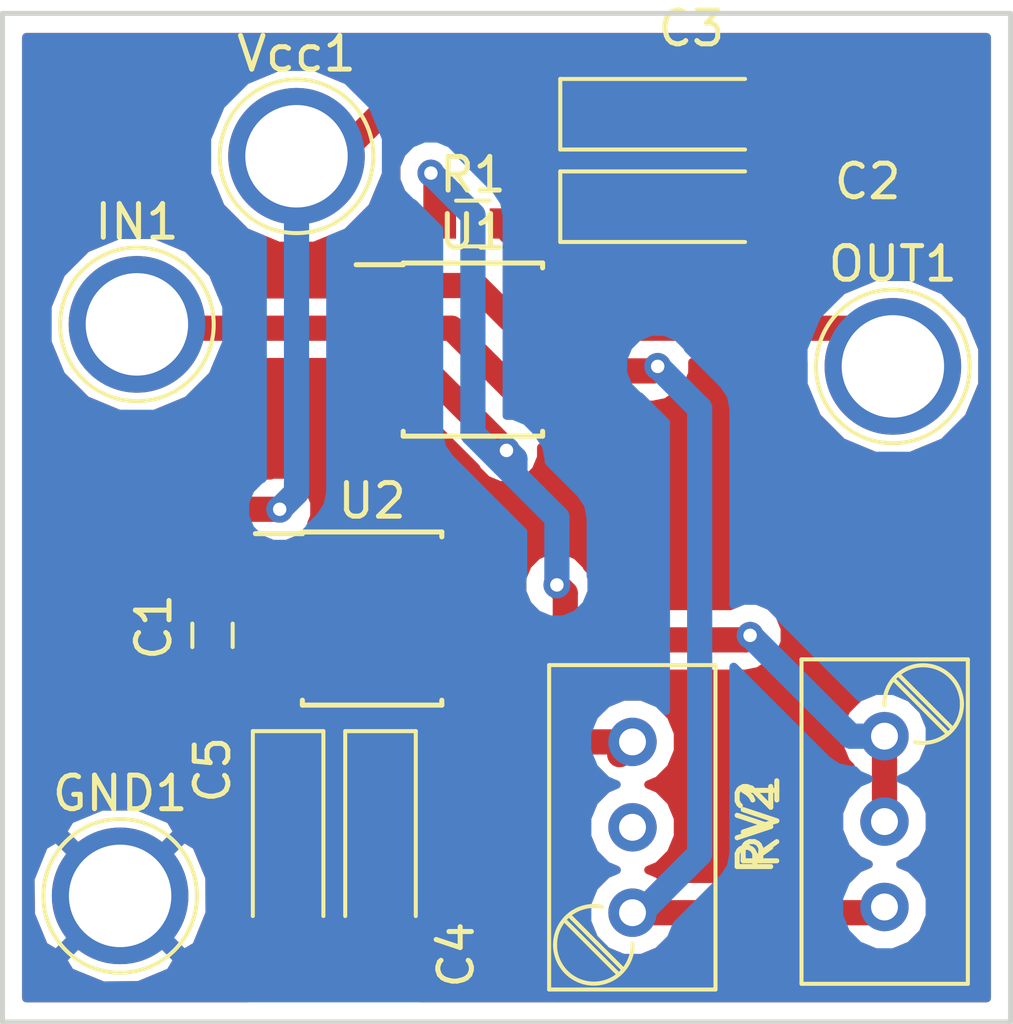
<source format=kicad_pcb>
(kicad_pcb (version 20170123) (host pcbnew no-vcs-found-14bb238~58~ubuntu16.04.1)

  (general
    (links 25)
    (no_connects 0)
    (area 116.674999 110.9925 147.7625 141.8425)
    (thickness 1.6)
    (drawings 4)
    (tracks 77)
    (zones 0)
    (modules 14)
    (nets 11)
  )

  (page A4)
  (layers
    (0 F.Cu signal)
    (31 B.Cu signal)
    (32 B.Adhes user)
    (33 F.Adhes user)
    (34 B.Paste user)
    (35 F.Paste user)
    (36 B.SilkS user)
    (37 F.SilkS user)
    (38 B.Mask user)
    (39 F.Mask user)
    (40 Dwgs.User user)
    (41 Cmts.User user)
    (42 Eco1.User user)
    (43 Eco2.User user)
    (44 Edge.Cuts user)
    (45 Margin user)
    (46 B.CrtYd user)
    (47 F.CrtYd user)
    (48 B.Fab user)
    (49 F.Fab user hide)
  )

  (setup
    (last_trace_width 0.75)
    (user_trace_width 0.25)
    (user_trace_width 0.5)
    (user_trace_width 0.75)
    (user_trace_width 1)
    (trace_clearance 0.2)
    (zone_clearance 0.508)
    (zone_45_only no)
    (trace_min 0.2)
    (segment_width 0.2)
    (edge_width 0.15)
    (via_size 0.8)
    (via_drill 0.4)
    (via_min_size 0.4)
    (via_min_drill 0.3)
    (uvia_size 0.3)
    (uvia_drill 0.1)
    (uvias_allowed no)
    (uvia_min_size 0.2)
    (uvia_min_drill 0.1)
    (pcb_text_width 0.3)
    (pcb_text_size 1.5 1.5)
    (mod_edge_width 0.15)
    (mod_text_size 1 1)
    (mod_text_width 0.15)
    (pad_size 1.524 1.524)
    (pad_drill 0.762)
    (pad_to_mask_clearance 0.2)
    (aux_axis_origin 0 0)
    (visible_elements FFFFFF7F)
    (pcbplotparams
      (layerselection 0x00030_ffffffff)
      (usegerberextensions false)
      (excludeedgelayer true)
      (linewidth 0.100000)
      (plotframeref false)
      (viasonmask false)
      (mode 1)
      (useauxorigin false)
      (hpglpennumber 1)
      (hpglpenspeed 20)
      (hpglpendiameter 15)
      (psnegative false)
      (psa4output false)
      (plotreference true)
      (plotvalue true)
      (plotinvisibletext false)
      (padsonsilk false)
      (subtractmaskfromsilk false)
      (outputformat 1)
      (mirror false)
      (drillshape 1)
      (scaleselection 1)
      (outputdirectory ""))
  )

  (net 0 "")
  (net 1 VPP)
  (net 2 "Net-(U2-Pad3)")
  (net 3 "Net-(C1-Pad2)")
  (net 4 "Net-(U2-Pad5)")
  (net 5 "Net-(R1-Pad1)")
  (net 6 "Net-(RV2-Pad2)")
  (net 7 GNDREF)
  (net 8 "Net-(RV1-Pad3)")
  (net 9 "Net-(OUT1-Pad1)")
  (net 10 "Net-(IN1-Pad1)")

  (net_class Default "This is the default net class."
    (clearance 0.2)
    (trace_width 0.25)
    (via_dia 0.8)
    (via_drill 0.4)
    (uvia_dia 0.3)
    (uvia_drill 0.1)
    (add_net GNDREF)
    (add_net "Net-(C1-Pad2)")
    (add_net "Net-(IN1-Pad1)")
    (add_net "Net-(OUT1-Pad1)")
    (add_net "Net-(R1-Pad1)")
    (add_net "Net-(RV1-Pad3)")
    (add_net "Net-(RV2-Pad2)")
    (add_net "Net-(U2-Pad3)")
    (add_net "Net-(U2-Pad5)")
    (add_net VPP)
  )

  (module Housings_SOIC:SOIC-8_3.9x4.9mm_Pitch1.27mm (layer F.Cu) (tedit 58CD0CDA) (tstamp 597257E3)
    (at 130.75 121.5)
    (descr "8-Lead Plastic Small Outline (SN) - Narrow, 3.90 mm Body [SOIC] (see Microchip Packaging Specification 00000049BS.pdf)")
    (tags "SOIC 1.27")
    (path /5926BCD2)
    (attr smd)
    (fp_text reference U1 (at 0 -3.5) (layer F.SilkS)
      (effects (font (size 1 1) (thickness 0.15)))
    )
    (fp_text value LTC6702 (at 0 3.5) (layer F.Fab)
      (effects (font (size 1 1) (thickness 0.15)))
    )
    (fp_line (start -2.075 -2.525) (end -3.475 -2.525) (layer F.SilkS) (width 0.15))
    (fp_line (start -2.075 2.575) (end 2.075 2.575) (layer F.SilkS) (width 0.15))
    (fp_line (start -2.075 -2.575) (end 2.075 -2.575) (layer F.SilkS) (width 0.15))
    (fp_line (start -2.075 2.575) (end -2.075 2.43) (layer F.SilkS) (width 0.15))
    (fp_line (start 2.075 2.575) (end 2.075 2.43) (layer F.SilkS) (width 0.15))
    (fp_line (start 2.075 -2.575) (end 2.075 -2.43) (layer F.SilkS) (width 0.15))
    (fp_line (start -2.075 -2.575) (end -2.075 -2.525) (layer F.SilkS) (width 0.15))
    (fp_line (start -3.73 2.7) (end 3.73 2.7) (layer F.CrtYd) (width 0.05))
    (fp_line (start -3.73 -2.7) (end 3.73 -2.7) (layer F.CrtYd) (width 0.05))
    (fp_line (start 3.73 -2.7) (end 3.73 2.7) (layer F.CrtYd) (width 0.05))
    (fp_line (start -3.73 -2.7) (end -3.73 2.7) (layer F.CrtYd) (width 0.05))
    (fp_line (start -1.95 -1.45) (end -0.95 -2.45) (layer F.Fab) (width 0.1))
    (fp_line (start -1.95 2.45) (end -1.95 -1.45) (layer F.Fab) (width 0.1))
    (fp_line (start 1.95 2.45) (end -1.95 2.45) (layer F.Fab) (width 0.1))
    (fp_line (start 1.95 -2.45) (end 1.95 2.45) (layer F.Fab) (width 0.1))
    (fp_line (start -0.95 -2.45) (end 1.95 -2.45) (layer F.Fab) (width 0.1))
    (fp_text user %R (at 0 0) (layer F.Fab)
      (effects (font (size 1 1) (thickness 0.15)))
    )
    (pad 8 smd rect (at 2.7 -1.905) (size 1.55 0.6) (layers F.Cu F.Paste F.Mask)
      (net 1 VPP))
    (pad 7 smd rect (at 2.7 -0.635) (size 1.55 0.6) (layers F.Cu F.Paste F.Mask)
      (net 9 "Net-(OUT1-Pad1)"))
    (pad 6 smd rect (at 2.7 0.635) (size 1.55 0.6) (layers F.Cu F.Paste F.Mask)
      (net 8 "Net-(RV1-Pad3)"))
    (pad 5 smd rect (at 2.7 1.905) (size 1.55 0.6) (layers F.Cu F.Paste F.Mask)
      (net 10 "Net-(IN1-Pad1)"))
    (pad 4 smd rect (at -2.7 1.905) (size 1.55 0.6) (layers F.Cu F.Paste F.Mask)
      (net 7 GNDREF))
    (pad 3 smd rect (at -2.7 0.635) (size 1.55 0.6) (layers F.Cu F.Paste F.Mask)
      (net 5 "Net-(R1-Pad1)"))
    (pad 2 smd rect (at -2.7 -0.635) (size 1.55 0.6) (layers F.Cu F.Paste F.Mask)
      (net 10 "Net-(IN1-Pad1)"))
    (pad 1 smd rect (at -2.7 -1.905) (size 1.55 0.6) (layers F.Cu F.Paste F.Mask)
      (net 9 "Net-(OUT1-Pad1)"))
    (model Housings_SOIC.3dshapes/SOIC-8_3.9x4.9mm_Pitch1.27mm.wrl
      (at (xyz 0 0 0))
      (scale (xyz 1 1 1))
      (rotate (xyz 0 0 0))
    )
  )

  (module Connectors:1pin (layer F.Cu) (tedit 5861332C) (tstamp 597258BB)
    (at 125.5 115.75)
    (descr "module 1 pin (ou trou mecanique de percage)")
    (tags DEV)
    (path /5926D97D)
    (fp_text reference Vcc1 (at 0 -3.048) (layer F.SilkS)
      (effects (font (size 1 1) (thickness 0.15)))
    )
    (fp_text value Vcc (at 0 3) (layer F.Fab)
      (effects (font (size 1 1) (thickness 0.15)))
    )
    (fp_circle (center 0 0) (end 2 0.8) (layer F.Fab) (width 0.1))
    (fp_circle (center 0 0) (end 2.6 0) (layer F.CrtYd) (width 0.05))
    (fp_circle (center 0 0) (end 0 -2.286) (layer F.SilkS) (width 0.12))
    (pad 1 thru_hole circle (at 0 0) (size 4.064 4.064) (drill 3.048) (layers *.Cu *.Mask)
      (net 1 VPP))
  )

  (module Connectors:1pin (layer F.Cu) (tedit 5861332C) (tstamp 597258A5)
    (at 143.25 122)
    (descr "module 1 pin (ou trou mecanique de percage)")
    (tags DEV)
    (path /5926D8E1)
    (fp_text reference OUT1 (at 0 -3.048) (layer F.SilkS)
      (effects (font (size 1 1) (thickness 0.15)))
    )
    (fp_text value OUT (at 0 3) (layer F.Fab)
      (effects (font (size 1 1) (thickness 0.15)))
    )
    (fp_circle (center 0 0) (end 0 -2.286) (layer F.SilkS) (width 0.12))
    (fp_circle (center 0 0) (end 2.6 0) (layer F.CrtYd) (width 0.05))
    (fp_circle (center 0 0) (end 2 0.8) (layer F.Fab) (width 0.1))
    (pad 1 thru_hole circle (at 0 0) (size 4.064 4.064) (drill 3.048) (layers *.Cu *.Mask)
      (net 9 "Net-(OUT1-Pad1)"))
  )

  (module Connectors:1pin (layer F.Cu) (tedit 5861332C) (tstamp 5972588F)
    (at 120.75 120.75)
    (descr "module 1 pin (ou trou mecanique de percage)")
    (tags DEV)
    (path /5926D85F)
    (fp_text reference IN1 (at 0 -3.048) (layer F.SilkS)
      (effects (font (size 1 1) (thickness 0.15)))
    )
    (fp_text value IN (at 0 3) (layer F.Fab)
      (effects (font (size 1 1) (thickness 0.15)))
    )
    (fp_circle (center 0 0) (end 2 0.8) (layer F.Fab) (width 0.1))
    (fp_circle (center 0 0) (end 2.6 0) (layer F.CrtYd) (width 0.05))
    (fp_circle (center 0 0) (end 0 -2.286) (layer F.SilkS) (width 0.12))
    (pad 1 thru_hole circle (at 0 0) (size 4.064 4.064) (drill 3.048) (layers *.Cu *.Mask)
      (net 10 "Net-(IN1-Pad1)"))
  )

  (module Connectors:1pin (layer F.Cu) (tedit 5861332C) (tstamp 59725879)
    (at 120.25 137.75)
    (descr "module 1 pin (ou trou mecanique de percage)")
    (tags DEV)
    (path /5926DA1B)
    (fp_text reference GND1 (at 0 -3.048) (layer F.SilkS)
      (effects (font (size 1 1) (thickness 0.15)))
    )
    (fp_text value GND (at 0 3) (layer F.Fab)
      (effects (font (size 1 1) (thickness 0.15)))
    )
    (fp_circle (center 0 0) (end 0 -2.286) (layer F.SilkS) (width 0.12))
    (fp_circle (center 0 0) (end 2.6 0) (layer F.CrtYd) (width 0.05))
    (fp_circle (center 0 0) (end 2 0.8) (layer F.Fab) (width 0.1))
    (pad 1 thru_hole circle (at 0 0) (size 4.064 4.064) (drill 3.048) (layers *.Cu *.Mask)
      (net 7 GNDREF))
  )

  (module Housings_SOIC:SOIC-8_3.9x4.9mm_Pitch1.27mm (layer F.Cu) (tedit 58CD0CDA) (tstamp 5952B52F)
    (at 127.75 129.5)
    (descr "8-Lead Plastic Small Outline (SN) - Narrow, 3.90 mm Body [SOIC] (see Microchip Packaging Specification 00000049BS.pdf)")
    (tags "SOIC 1.27")
    (path /5926CB66)
    (attr smd)
    (fp_text reference U2 (at 0 -3.5) (layer F.SilkS)
      (effects (font (size 1 1) (thickness 0.15)))
    )
    (fp_text value MAX6029-2.5V (at 0 3.5) (layer F.Fab)
      (effects (font (size 1 1) (thickness 0.15)))
    )
    (fp_text user %R (at 0 0) (layer F.Fab)
      (effects (font (size 1 1) (thickness 0.15)))
    )
    (fp_line (start -0.95 -2.45) (end 1.95 -2.45) (layer F.Fab) (width 0.1))
    (fp_line (start 1.95 -2.45) (end 1.95 2.45) (layer F.Fab) (width 0.1))
    (fp_line (start 1.95 2.45) (end -1.95 2.45) (layer F.Fab) (width 0.1))
    (fp_line (start -1.95 2.45) (end -1.95 -1.45) (layer F.Fab) (width 0.1))
    (fp_line (start -1.95 -1.45) (end -0.95 -2.45) (layer F.Fab) (width 0.1))
    (fp_line (start -3.73 -2.7) (end -3.73 2.7) (layer F.CrtYd) (width 0.05))
    (fp_line (start 3.73 -2.7) (end 3.73 2.7) (layer F.CrtYd) (width 0.05))
    (fp_line (start -3.73 -2.7) (end 3.73 -2.7) (layer F.CrtYd) (width 0.05))
    (fp_line (start -3.73 2.7) (end 3.73 2.7) (layer F.CrtYd) (width 0.05))
    (fp_line (start -2.075 -2.575) (end -2.075 -2.525) (layer F.SilkS) (width 0.15))
    (fp_line (start 2.075 -2.575) (end 2.075 -2.43) (layer F.SilkS) (width 0.15))
    (fp_line (start 2.075 2.575) (end 2.075 2.43) (layer F.SilkS) (width 0.15))
    (fp_line (start -2.075 2.575) (end -2.075 2.43) (layer F.SilkS) (width 0.15))
    (fp_line (start -2.075 -2.575) (end 2.075 -2.575) (layer F.SilkS) (width 0.15))
    (fp_line (start -2.075 2.575) (end 2.075 2.575) (layer F.SilkS) (width 0.15))
    (fp_line (start -2.075 -2.525) (end -3.475 -2.525) (layer F.SilkS) (width 0.15))
    (pad 1 smd rect (at -2.7 -1.905) (size 1.55 0.6) (layers F.Cu F.Paste F.Mask))
    (pad 2 smd rect (at -2.7 -0.635) (size 1.55 0.6) (layers F.Cu F.Paste F.Mask)
      (net 1 VPP))
    (pad 3 smd rect (at -2.7 0.635) (size 1.55 0.6) (layers F.Cu F.Paste F.Mask)
      (net 2 "Net-(U2-Pad3)"))
    (pad 4 smd rect (at -2.7 1.905) (size 1.55 0.6) (layers F.Cu F.Paste F.Mask)
      (net 3 "Net-(C1-Pad2)"))
    (pad 5 smd rect (at 2.7 1.905) (size 1.55 0.6) (layers F.Cu F.Paste F.Mask)
      (net 4 "Net-(U2-Pad5)"))
    (pad 6 smd rect (at 2.7 0.635) (size 1.55 0.6) (layers F.Cu F.Paste F.Mask)
      (net 5 "Net-(R1-Pad1)"))
    (pad 7 smd rect (at 2.7 -0.635) (size 1.55 0.6) (layers F.Cu F.Paste F.Mask))
    (pad 8 smd rect (at 2.7 -1.905) (size 1.55 0.6) (layers F.Cu F.Paste F.Mask))
    (model Housings_SOIC.3dshapes/SOIC-8_3.9x4.9mm_Pitch1.27mm.wrl
      (at (xyz 0 0 0))
      (scale (xyz 1 1 1))
      (rotate (xyz 0 0 0))
    )
  )

  (module Capacitors_SMD:C_0603_HandSoldering (layer F.Cu) (tedit 59272F55) (tstamp 594EA290)
    (at 123 130 270)
    (descr "Capacitor SMD 0603, hand soldering")
    (tags "capacitor 0603")
    (path /5926D683)
    (attr smd)
    (fp_text reference C1 (at -0.25 1.75 270) (layer F.SilkS)
      (effects (font (size 1 1) (thickness 0.15)))
    )
    (fp_text value 0.1u (at 0 1.5 270) (layer F.Fab)
      (effects (font (size 1 1) (thickness 0.15)))
    )
    (fp_text user %R (at 0 -1.25 270) (layer F.Fab)
      (effects (font (size 1 1) (thickness 0.15)))
    )
    (fp_line (start -0.8 0.4) (end -0.8 -0.4) (layer F.Fab) (width 0.1))
    (fp_line (start 0.8 0.4) (end -0.8 0.4) (layer F.Fab) (width 0.1))
    (fp_line (start 0.8 -0.4) (end 0.8 0.4) (layer F.Fab) (width 0.1))
    (fp_line (start -0.8 -0.4) (end 0.8 -0.4) (layer F.Fab) (width 0.1))
    (fp_line (start -0.35 -0.6) (end 0.35 -0.6) (layer F.SilkS) (width 0.12))
    (fp_line (start 0.35 0.6) (end -0.35 0.6) (layer F.SilkS) (width 0.12))
    (fp_line (start -1.8 -0.65) (end 1.8 -0.65) (layer F.CrtYd) (width 0.05))
    (fp_line (start -1.8 -0.65) (end -1.8 0.65) (layer F.CrtYd) (width 0.05))
    (fp_line (start 1.8 0.65) (end 1.8 -0.65) (layer F.CrtYd) (width 0.05))
    (fp_line (start 1.8 0.65) (end -1.8 0.65) (layer F.CrtYd) (width 0.05))
    (pad 1 smd rect (at -0.95 0 270) (size 1.2 0.75) (layers F.Cu F.Paste F.Mask)
      (net 1 VPP))
    (pad 2 smd rect (at 0.95 0 270) (size 1.2 0.75) (layers F.Cu F.Paste F.Mask)
      (net 3 "Net-(C1-Pad2)"))
    (model Capacitors_SMD.3dshapes/C_0603.wrl
      (at (xyz 0 0 0))
      (scale (xyz 1 1 1))
      (rotate (xyz 0 0 0))
    )
  )

  (module Capacitors_Tantalum_SMD:CP_Tantalum_Case-A_EIA-3216-18_Hand (layer F.Cu) (tedit 59272F49) (tstamp 594EA25B)
    (at 125.25 136.75 270)
    (descr "Tantalum capacitor, Case A, EIA 3216-18, 3.2x1.6x1.6mm, Hand soldering footprint")
    (tags "capacitor tantalum smd")
    (path /5926EA8F)
    (attr smd)
    (fp_text reference C5 (at -2.75 2.25 270) (layer F.SilkS)
      (effects (font (size 1 1) (thickness 0.15)))
    )
    (fp_text value 10u (at 0 2.55 270) (layer F.Fab)
      (effects (font (size 1 1) (thickness 0.15)))
    )
    (fp_line (start -3.9 -1.05) (end -3.9 1.05) (layer F.SilkS) (width 0.12))
    (fp_line (start -3.9 1.05) (end 1.6 1.05) (layer F.SilkS) (width 0.12))
    (fp_line (start -3.9 -1.05) (end 1.6 -1.05) (layer F.SilkS) (width 0.12))
    (fp_line (start -1.12 -0.8) (end -1.12 0.8) (layer F.Fab) (width 0.1))
    (fp_line (start -1.28 -0.8) (end -1.28 0.8) (layer F.Fab) (width 0.1))
    (fp_line (start 1.6 -0.8) (end -1.6 -0.8) (layer F.Fab) (width 0.1))
    (fp_line (start 1.6 0.8) (end 1.6 -0.8) (layer F.Fab) (width 0.1))
    (fp_line (start -1.6 0.8) (end 1.6 0.8) (layer F.Fab) (width 0.1))
    (fp_line (start -1.6 -0.8) (end -1.6 0.8) (layer F.Fab) (width 0.1))
    (fp_line (start 4 -1.2) (end -4 -1.2) (layer F.CrtYd) (width 0.05))
    (fp_line (start 4 1.2) (end 4 -1.2) (layer F.CrtYd) (width 0.05))
    (fp_line (start -4 1.2) (end 4 1.2) (layer F.CrtYd) (width 0.05))
    (fp_line (start -4 -1.2) (end -4 1.2) (layer F.CrtYd) (width 0.05))
    (pad 2 smd rect (at 2 0 270) (size 3.2 1.5) (layers F.Cu F.Paste F.Mask)
      (net 7 GNDREF))
    (pad 1 smd rect (at -2 0 270) (size 3.2 1.5) (layers F.Cu F.Paste F.Mask)
      (net 3 "Net-(C1-Pad2)"))
    (model Capacitors_Tantalum_SMD.3dshapes/CP_Tantalum_Case-A_EIA-3216-18.wrl
      (at (xyz 0 0 0))
      (scale (xyz 1 1 1))
      (rotate (xyz 0 0 0))
    )
  )

  (module Capacitors_Tantalum_SMD:CP_Tantalum_Case-A_EIA-3216-18_Hand (layer F.Cu) (tedit 59272F4E) (tstamp 594EA224)
    (at 128 136.75 270)
    (descr "Tantalum capacitor, Case A, EIA 3216-18, 3.2x1.6x1.6mm, Hand soldering footprint")
    (tags "capacitor tantalum smd")
    (path /5926EA89)
    (attr smd)
    (fp_text reference C4 (at 2.75 -2.25 270) (layer F.SilkS)
      (effects (font (size 1 1) (thickness 0.15)))
    )
    (fp_text value 0.1u (at 0 2.55 270) (layer F.Fab)
      (effects (font (size 1 1) (thickness 0.15)))
    )
    (fp_line (start -4 -1.2) (end -4 1.2) (layer F.CrtYd) (width 0.05))
    (fp_line (start -4 1.2) (end 4 1.2) (layer F.CrtYd) (width 0.05))
    (fp_line (start 4 1.2) (end 4 -1.2) (layer F.CrtYd) (width 0.05))
    (fp_line (start 4 -1.2) (end -4 -1.2) (layer F.CrtYd) (width 0.05))
    (fp_line (start -1.6 -0.8) (end -1.6 0.8) (layer F.Fab) (width 0.1))
    (fp_line (start -1.6 0.8) (end 1.6 0.8) (layer F.Fab) (width 0.1))
    (fp_line (start 1.6 0.8) (end 1.6 -0.8) (layer F.Fab) (width 0.1))
    (fp_line (start 1.6 -0.8) (end -1.6 -0.8) (layer F.Fab) (width 0.1))
    (fp_line (start -1.28 -0.8) (end -1.28 0.8) (layer F.Fab) (width 0.1))
    (fp_line (start -1.12 -0.8) (end -1.12 0.8) (layer F.Fab) (width 0.1))
    (fp_line (start -3.9 -1.05) (end 1.6 -1.05) (layer F.SilkS) (width 0.12))
    (fp_line (start -3.9 1.05) (end 1.6 1.05) (layer F.SilkS) (width 0.12))
    (fp_line (start -3.9 -1.05) (end -3.9 1.05) (layer F.SilkS) (width 0.12))
    (pad 1 smd rect (at -2 0 270) (size 3.2 1.5) (layers F.Cu F.Paste F.Mask)
      (net 3 "Net-(C1-Pad2)"))
    (pad 2 smd rect (at 2 0 270) (size 3.2 1.5) (layers F.Cu F.Paste F.Mask)
      (net 7 GNDREF))
    (model Capacitors_Tantalum_SMD.3dshapes/CP_Tantalum_Case-A_EIA-3216-18.wrl
      (at (xyz 0 0 0))
      (scale (xyz 1 1 1))
      (rotate (xyz 0 0 0))
    )
  )

  (module Capacitors_Tantalum_SMD:CP_Tantalum_Case-A_EIA-3216-18_Hand (layer F.Cu) (tedit 57B6E980) (tstamp 594EA1ED)
    (at 137.25 114.5)
    (descr "Tantalum capacitor, Case A, EIA 3216-18, 3.2x1.6x1.6mm, Hand soldering footprint")
    (tags "capacitor tantalum smd")
    (path /5926C9AF)
    (attr smd)
    (fp_text reference C3 (at 0 -2.55) (layer F.SilkS)
      (effects (font (size 1 1) (thickness 0.15)))
    )
    (fp_text value 10u (at 0 2.55) (layer F.Fab)
      (effects (font (size 1 1) (thickness 0.15)))
    )
    (fp_line (start -3.9 -1.05) (end -3.9 1.05) (layer F.SilkS) (width 0.12))
    (fp_line (start -3.9 1.05) (end 1.6 1.05) (layer F.SilkS) (width 0.12))
    (fp_line (start -3.9 -1.05) (end 1.6 -1.05) (layer F.SilkS) (width 0.12))
    (fp_line (start -1.12 -0.8) (end -1.12 0.8) (layer F.Fab) (width 0.1))
    (fp_line (start -1.28 -0.8) (end -1.28 0.8) (layer F.Fab) (width 0.1))
    (fp_line (start 1.6 -0.8) (end -1.6 -0.8) (layer F.Fab) (width 0.1))
    (fp_line (start 1.6 0.8) (end 1.6 -0.8) (layer F.Fab) (width 0.1))
    (fp_line (start -1.6 0.8) (end 1.6 0.8) (layer F.Fab) (width 0.1))
    (fp_line (start -1.6 -0.8) (end -1.6 0.8) (layer F.Fab) (width 0.1))
    (fp_line (start 4 -1.2) (end -4 -1.2) (layer F.CrtYd) (width 0.05))
    (fp_line (start 4 1.2) (end 4 -1.2) (layer F.CrtYd) (width 0.05))
    (fp_line (start -4 1.2) (end 4 1.2) (layer F.CrtYd) (width 0.05))
    (fp_line (start -4 -1.2) (end -4 1.2) (layer F.CrtYd) (width 0.05))
    (pad 2 smd rect (at 2 0) (size 3.2 1.5) (layers F.Cu F.Paste F.Mask)
      (net 7 GNDREF))
    (pad 1 smd rect (at -2 0) (size 3.2 1.5) (layers F.Cu F.Paste F.Mask)
      (net 1 VPP))
    (model Capacitors_Tantalum_SMD.3dshapes/CP_Tantalum_Case-A_EIA-3216-18.wrl
      (at (xyz 0 0 0))
      (scale (xyz 1 1 1))
      (rotate (xyz 0 0 0))
    )
  )

  (module Capacitors_Tantalum_SMD:CP_Tantalum_Case-A_EIA-3216-18_Hand (layer F.Cu) (tedit 59272EB5) (tstamp 594EA1B6)
    (at 137.25 117.25)
    (descr "Tantalum capacitor, Case A, EIA 3216-18, 3.2x1.6x1.6mm, Hand soldering footprint")
    (tags "capacitor tantalum smd")
    (path /5926C967)
    (attr smd)
    (fp_text reference C2 (at 5.25 -0.75) (layer F.SilkS)
      (effects (font (size 1 1) (thickness 0.15)))
    )
    (fp_text value 0.1u (at 0 2.55) (layer F.Fab)
      (effects (font (size 1 1) (thickness 0.15)))
    )
    (fp_line (start -4 -1.2) (end -4 1.2) (layer F.CrtYd) (width 0.05))
    (fp_line (start -4 1.2) (end 4 1.2) (layer F.CrtYd) (width 0.05))
    (fp_line (start 4 1.2) (end 4 -1.2) (layer F.CrtYd) (width 0.05))
    (fp_line (start 4 -1.2) (end -4 -1.2) (layer F.CrtYd) (width 0.05))
    (fp_line (start -1.6 -0.8) (end -1.6 0.8) (layer F.Fab) (width 0.1))
    (fp_line (start -1.6 0.8) (end 1.6 0.8) (layer F.Fab) (width 0.1))
    (fp_line (start 1.6 0.8) (end 1.6 -0.8) (layer F.Fab) (width 0.1))
    (fp_line (start 1.6 -0.8) (end -1.6 -0.8) (layer F.Fab) (width 0.1))
    (fp_line (start -1.28 -0.8) (end -1.28 0.8) (layer F.Fab) (width 0.1))
    (fp_line (start -1.12 -0.8) (end -1.12 0.8) (layer F.Fab) (width 0.1))
    (fp_line (start -3.9 -1.05) (end 1.6 -1.05) (layer F.SilkS) (width 0.12))
    (fp_line (start -3.9 1.05) (end 1.6 1.05) (layer F.SilkS) (width 0.12))
    (fp_line (start -3.9 -1.05) (end -3.9 1.05) (layer F.SilkS) (width 0.12))
    (pad 1 smd rect (at -2 0) (size 3.2 1.5) (layers F.Cu F.Paste F.Mask)
      (net 1 VPP))
    (pad 2 smd rect (at 2 0) (size 3.2 1.5) (layers F.Cu F.Paste F.Mask)
      (net 7 GNDREF))
    (model Capacitors_Tantalum_SMD.3dshapes/CP_Tantalum_Case-A_EIA-3216-18.wrl
      (at (xyz 0 0 0))
      (scale (xyz 1 1 1))
      (rotate (xyz 0 0 0))
    )
  )

  (module Potentiometers:Potentiometer_Trimmer_Bourns_3296W (layer F.Cu) (tedit 58826ECB) (tstamp 594EA0C1)
    (at 135.5 138.25 270)
    (descr "Spindle Trimmer Potentiometer, Bourns 3296W, https://www.bourns.com/pdfs/3296.pdf")
    (tags "Spindle Trimmer Potentiometer   Bourns 3296W")
    (path /5926D3E3)
    (fp_text reference RV2 (at -2.54 -3.66 270) (layer F.SilkS)
      (effects (font (size 1 1) (thickness 0.15)))
    )
    (fp_text value "100k POT_TRIM" (at -2.54 3.67 270) (layer F.Fab)
      (effects (font (size 1 1) (thickness 0.15)))
    )
    (fp_line (start 2.5 -2.7) (end -7.6 -2.7) (layer F.CrtYd) (width 0.05))
    (fp_line (start 2.5 2.7) (end 2.5 -2.7) (layer F.CrtYd) (width 0.05))
    (fp_line (start -7.6 2.7) (end 2.5 2.7) (layer F.CrtYd) (width 0.05))
    (fp_line (start -7.6 -2.7) (end -7.6 2.7) (layer F.CrtYd) (width 0.05))
    (fp_line (start 1.691 0.275) (end 0.079 1.885) (layer F.SilkS) (width 0.12))
    (fp_line (start 1.831 0.416) (end 0.22 2.026) (layer F.SilkS) (width 0.12))
    (fp_line (start 2.285 -2.47) (end 2.285 2.481) (layer F.SilkS) (width 0.12))
    (fp_line (start -7.365 -2.47) (end -7.365 2.481) (layer F.SilkS) (width 0.12))
    (fp_line (start -7.365 2.481) (end 2.285 2.481) (layer F.SilkS) (width 0.12))
    (fp_line (start -7.365 -2.47) (end 2.285 -2.47) (layer F.SilkS) (width 0.12))
    (fp_line (start 1.652 0.32) (end 0.125 1.847) (layer F.Fab) (width 0.1))
    (fp_line (start 1.786 0.454) (end 0.259 1.981) (layer F.Fab) (width 0.1))
    (fp_line (start 2.225 -2.41) (end -7.305 -2.41) (layer F.Fab) (width 0.1))
    (fp_line (start 2.225 2.42) (end 2.225 -2.41) (layer F.Fab) (width 0.1))
    (fp_line (start -7.305 2.42) (end 2.225 2.42) (layer F.Fab) (width 0.1))
    (fp_line (start -7.305 -2.41) (end -7.305 2.42) (layer F.Fab) (width 0.1))
    (fp_circle (center 0.955 1.15) (end 2.05 1.15) (layer F.Fab) (width 0.1))
    (fp_arc (start 0.955 1.15) (end -0.174 0.91) (angle -103) (layer F.SilkS) (width 0.12))
    (fp_arc (start 0.955 1.15) (end 0.955 2.305) (angle -182) (layer F.SilkS) (width 0.12))
    (pad 3 thru_hole circle (at -5.08 0 270) (size 1.44 1.44) (drill 0.8) (layers *.Cu *.Mask)
      (net 3 "Net-(C1-Pad2)"))
    (pad 2 thru_hole circle (at -2.54 0 270) (size 1.44 1.44) (drill 0.8) (layers *.Cu *.Mask)
      (net 6 "Net-(RV2-Pad2)"))
    (pad 1 thru_hole circle (at 0 0 270) (size 1.44 1.44) (drill 0.8) (layers *.Cu *.Mask)
      (net 8 "Net-(RV1-Pad3)"))
    (model Potentiometers.3dshapes/Potentiometer_Trimmer_Bourns_3296W.wrl
      (at (xyz 0 0 0))
      (scale (xyz 1 1 1))
      (rotate (xyz 0 0 -90))
    )
  )

  (module Potentiometers:Potentiometer_Trimmer_Bourns_3296W (layer F.Cu) (tedit 58826ECB) (tstamp 594EA075)
    (at 143 133 90)
    (descr "Spindle Trimmer Potentiometer, Bourns 3296W, https://www.bourns.com/pdfs/3296.pdf")
    (tags "Spindle Trimmer Potentiometer   Bourns 3296W")
    (path /5926E59D)
    (fp_text reference RV1 (at -2.54 -3.66 90) (layer F.SilkS)
      (effects (font (size 1 1) (thickness 0.15)))
    )
    (fp_text value "100k POT_TRIM" (at -2.54 3.67 90) (layer F.Fab)
      (effects (font (size 1 1) (thickness 0.15)))
    )
    (fp_arc (start 0.955 1.15) (end 0.955 2.305) (angle -182) (layer F.SilkS) (width 0.12))
    (fp_arc (start 0.955 1.15) (end -0.174 0.91) (angle -103) (layer F.SilkS) (width 0.12))
    (fp_circle (center 0.955 1.15) (end 2.05 1.15) (layer F.Fab) (width 0.1))
    (fp_line (start -7.305 -2.41) (end -7.305 2.42) (layer F.Fab) (width 0.1))
    (fp_line (start -7.305 2.42) (end 2.225 2.42) (layer F.Fab) (width 0.1))
    (fp_line (start 2.225 2.42) (end 2.225 -2.41) (layer F.Fab) (width 0.1))
    (fp_line (start 2.225 -2.41) (end -7.305 -2.41) (layer F.Fab) (width 0.1))
    (fp_line (start 1.786 0.454) (end 0.259 1.981) (layer F.Fab) (width 0.1))
    (fp_line (start 1.652 0.32) (end 0.125 1.847) (layer F.Fab) (width 0.1))
    (fp_line (start -7.365 -2.47) (end 2.285 -2.47) (layer F.SilkS) (width 0.12))
    (fp_line (start -7.365 2.481) (end 2.285 2.481) (layer F.SilkS) (width 0.12))
    (fp_line (start -7.365 -2.47) (end -7.365 2.481) (layer F.SilkS) (width 0.12))
    (fp_line (start 2.285 -2.47) (end 2.285 2.481) (layer F.SilkS) (width 0.12))
    (fp_line (start 1.831 0.416) (end 0.22 2.026) (layer F.SilkS) (width 0.12))
    (fp_line (start 1.691 0.275) (end 0.079 1.885) (layer F.SilkS) (width 0.12))
    (fp_line (start -7.6 -2.7) (end -7.6 2.7) (layer F.CrtYd) (width 0.05))
    (fp_line (start -7.6 2.7) (end 2.5 2.7) (layer F.CrtYd) (width 0.05))
    (fp_line (start 2.5 2.7) (end 2.5 -2.7) (layer F.CrtYd) (width 0.05))
    (fp_line (start 2.5 -2.7) (end -7.6 -2.7) (layer F.CrtYd) (width 0.05))
    (pad 1 thru_hole circle (at 0 0 90) (size 1.44 1.44) (drill 0.8) (layers *.Cu *.Mask)
      (net 5 "Net-(R1-Pad1)"))
    (pad 2 thru_hole circle (at -2.54 0 90) (size 1.44 1.44) (drill 0.8) (layers *.Cu *.Mask)
      (net 5 "Net-(R1-Pad1)"))
    (pad 3 thru_hole circle (at -5.08 0 90) (size 1.44 1.44) (drill 0.8) (layers *.Cu *.Mask)
      (net 8 "Net-(RV1-Pad3)"))
    (model Potentiometers.3dshapes/Potentiometer_Trimmer_Bourns_3296W.wrl
      (at (xyz 0 0 0))
      (scale (xyz 1 1 1))
      (rotate (xyz 0 0 -90))
    )
  )

  (module Resistors_SMD:R_0603_HandSoldering (layer F.Cu) (tedit 58AAD9E8) (tstamp 594EA03B)
    (at 130.75 117.75)
    (descr "Resistor SMD 0603, hand soldering")
    (tags "resistor 0603")
    (path /5926CD6B)
    (attr smd)
    (fp_text reference R1 (at 0 -1.45) (layer F.SilkS)
      (effects (font (size 1 1) (thickness 0.15)))
    )
    (fp_text value 100k (at 0 1.55) (layer F.Fab)
      (effects (font (size 1 1) (thickness 0.15)))
    )
    (fp_text user %R (at 0 -1.45) (layer F.Fab)
      (effects (font (size 1 1) (thickness 0.15)))
    )
    (fp_line (start -0.8 0.4) (end -0.8 -0.4) (layer F.Fab) (width 0.1))
    (fp_line (start 0.8 0.4) (end -0.8 0.4) (layer F.Fab) (width 0.1))
    (fp_line (start 0.8 -0.4) (end 0.8 0.4) (layer F.Fab) (width 0.1))
    (fp_line (start -0.8 -0.4) (end 0.8 -0.4) (layer F.Fab) (width 0.1))
    (fp_line (start 0.5 0.68) (end -0.5 0.68) (layer F.SilkS) (width 0.12))
    (fp_line (start -0.5 -0.68) (end 0.5 -0.68) (layer F.SilkS) (width 0.12))
    (fp_line (start -1.96 -0.7) (end 1.95 -0.7) (layer F.CrtYd) (width 0.05))
    (fp_line (start -1.96 -0.7) (end -1.96 0.7) (layer F.CrtYd) (width 0.05))
    (fp_line (start 1.95 0.7) (end 1.95 -0.7) (layer F.CrtYd) (width 0.05))
    (fp_line (start 1.95 0.7) (end -1.96 0.7) (layer F.CrtYd) (width 0.05))
    (pad 1 smd rect (at -1.1 0) (size 1.2 0.9) (layers F.Cu F.Paste F.Mask)
      (net 5 "Net-(R1-Pad1)"))
    (pad 2 smd rect (at 1.1 0) (size 1.2 0.9) (layers F.Cu F.Paste F.Mask)
      (net 1 VPP))
    (model Resistors_SMD.3dshapes/R_0603.wrl
      (at (xyz 0 0 0))
      (scale (xyz 1 1 1))
      (rotate (xyz 0 0 0))
    )
  )

  (gr_line (start 116.75 141.5) (end 146.75 141.5) (angle 90) (layer Edge.Cuts) (width 0.15))
  (gr_line (start 116.75 111.5) (end 116.75 141.5) (angle 90) (layer Edge.Cuts) (width 0.15))
  (gr_line (start 146.75 111.5) (end 116.75 111.5) (angle 90) (layer Edge.Cuts) (width 0.15))
  (gr_line (start 146.75 141.5) (end 146.75 111.5) (angle 90) (layer Edge.Cuts) (width 0.15))

  (segment (start 125.5 115.75) (end 126.75 115.75) (width 0.75) (layer F.Cu) (net 1) (status C00000))
  (segment (start 126.75 115.75) (end 128 114.5) (width 0.75) (layer F.Cu) (net 1) (tstamp 59725C52) (status 400000))
  (segment (start 128 114.5) (end 135.25 114.5) (width 0.75) (layer F.Cu) (net 1) (tstamp 59725C53) (status 800000))
  (segment (start 123 129.05) (end 123 126.75) (width 0.75) (layer F.Cu) (net 1) (status 400000))
  (segment (start 125.5 125.75) (end 125.5 115.75) (width 0.75) (layer B.Cu) (net 1) (tstamp 59725C0B) (status 800000))
  (segment (start 125 126.25) (end 125.5 125.75) (width 0.75) (layer B.Cu) (net 1) (tstamp 59725C0A))
  (via (at 125 126.25) (size 0.8) (drill 0.4) (layers F.Cu B.Cu) (net 1))
  (segment (start 123.5 126.25) (end 125 126.25) (width 0.75) (layer F.Cu) (net 1) (tstamp 59725C08))
  (segment (start 123 126.75) (end 123.5 126.25) (width 0.75) (layer F.Cu) (net 1) (tstamp 59725C07))
  (segment (start 135 114.75) (end 135.25 114.5) (width 0.75) (layer F.Cu) (net 1) (tstamp 59725480))
  (segment (start 131.85 117.75) (end 134.75 117.75) (width 0.75) (layer F.Cu) (net 1))
  (segment (start 134.75 117.75) (end 135.25 117.25) (width 0.75) (layer F.Cu) (net 1) (tstamp 5972547C))
  (segment (start 135.25 117.25) (end 135.25 114.5) (width 0.75) (layer F.Cu) (net 1))
  (segment (start 125.05 128.865) (end 123.185 128.865) (width 0.75) (layer F.Cu) (net 1))
  (segment (start 123.185 128.865) (end 123 129.05) (width 0.75) (layer F.Cu) (net 1) (tstamp 597253B5))
  (segment (start 131.85 117.75) (end 131.85 117.995) (width 0.75) (layer F.Cu) (net 1))
  (segment (start 131.85 117.995) (end 133.45 119.595) (width 0.75) (layer F.Cu) (net 1) (tstamp 59724174))
  (segment (start 123.065 129.115) (end 123 129.05) (width 0.75) (layer F.Cu) (net 1) (tstamp 596282BC) (status 30))
  (segment (start 134.75 114) (end 135.25 114.5) (width 0.75) (layer F.Cu) (net 1) (tstamp 5962829C) (status 30))
  (segment (start 134.905 114.845) (end 135.25 114.5) (width 0.75) (layer F.Cu) (net 1) (tstamp 59628299) (status 30))
  (segment (start 125.05 131.405) (end 123.455 131.405) (width 0.75) (layer F.Cu) (net 3))
  (segment (start 123.455 131.405) (end 123 130.95) (width 0.75) (layer F.Cu) (net 3) (tstamp 597253B2))
  (segment (start 128 134.75) (end 132.5 134.75) (width 0.75) (layer F.Cu) (net 3))
  (segment (start 134.08 133.17) (end 135.5 133.17) (width 0.75) (layer F.Cu) (net 3) (tstamp 5972532F))
  (segment (start 132.5 134.75) (end 134.08 133.17) (width 0.75) (layer F.Cu) (net 3) (tstamp 5972532E))
  (segment (start 125.25 134.75) (end 128 134.75) (width 0.75) (layer F.Cu) (net 3))
  (segment (start 125.05 131.405) (end 125.05 134.55) (width 0.75) (layer F.Cu) (net 3))
  (segment (start 125.05 134.55) (end 125.25 134.75) (width 0.75) (layer F.Cu) (net 3) (tstamp 5972417C))
  (segment (start 135.12 133.55) (end 135.5 133.17) (width 0.75) (layer F.Cu) (net 3) (tstamp 596282C8) (status 30))
  (segment (start 127.8 134.55) (end 128 134.75) (width 0.75) (layer F.Cu) (net 3) (tstamp 596282C5) (status 30))
  (segment (start 125.25 131.605) (end 125.05 131.405) (width 0.25) (layer F.Cu) (net 3) (tstamp 5952BC4E) (status 30))
  (segment (start 128.05 122.135) (end 129.385 122.135) (width 0.75) (layer F.Cu) (net 5) (status 400000))
  (segment (start 132 124.75) (end 132 125.25) (width 0.75) (layer B.Cu) (net 5) (tstamp 59725C36))
  (segment (start 131.75 124.5) (end 132 124.75) (width 0.75) (layer B.Cu) (net 5) (tstamp 59725C35))
  (via (at 131.75 124.5) (size 0.8) (drill 0.4) (layers F.Cu B.Cu) (net 5))
  (segment (start 129.385 122.135) (end 131.75 124.5) (width 0.75) (layer F.Cu) (net 5) (tstamp 59725C33))
  (segment (start 133.5 130.135) (end 133.5 128.75) (width 0.75) (layer F.Cu) (net 5))
  (segment (start 129.65 116.4) (end 129.65 117.75) (width 0.75) (layer F.Cu) (net 5) (tstamp 59725C2C) (status 800000))
  (segment (start 129.5 116.25) (end 129.65 116.4) (width 0.75) (layer F.Cu) (net 5) (tstamp 59725C2B))
  (via (at 129.5 116.25) (size 0.8) (drill 0.4) (layers F.Cu B.Cu) (net 5))
  (segment (start 130.75 117.5) (end 129.5 116.25) (width 0.75) (layer B.Cu) (net 5) (tstamp 59725C29))
  (segment (start 130.75 124) (end 130.75 117.5) (width 0.75) (layer B.Cu) (net 5) (tstamp 59725C28))
  (segment (start 133.25 126.5) (end 132 125.25) (width 0.75) (layer B.Cu) (net 5) (tstamp 59725C27))
  (segment (start 132 125.25) (end 130.75 124) (width 0.75) (layer B.Cu) (net 5) (tstamp 59725C39))
  (segment (start 133.25 128.5) (end 133.25 126.5) (width 0.75) (layer B.Cu) (net 5) (tstamp 59725C26))
  (via (at 133.25 128.5) (size 0.8) (drill 0.4) (layers F.Cu B.Cu) (net 5))
  (segment (start 133.5 128.75) (end 133.25 128.5) (width 0.75) (layer F.Cu) (net 5) (tstamp 59725C24))
  (segment (start 143 133) (end 142 133) (width 0.75) (layer B.Cu) (net 5))
  (segment (start 142 133) (end 139 130) (width 0.75) (layer B.Cu) (net 5) (tstamp 59725334))
  (via (at 139 130) (size 0.8) (drill 0.4) (layers F.Cu B.Cu) (net 5))
  (segment (start 139 130) (end 138.865 130.135) (width 0.75) (layer F.Cu) (net 5) (tstamp 59725336))
  (segment (start 138.865 130.135) (end 133.5 130.135) (width 0.75) (layer F.Cu) (net 5) (tstamp 59725337))
  (segment (start 133.5 130.135) (end 133 130.135) (width 0.75) (layer F.Cu) (net 5) (tstamp 59725C22))
  (segment (start 133 130.135) (end 130.45 130.135) (width 0.75) (layer F.Cu) (net 5) (tstamp 59725C1C))
  (segment (start 143 133) (end 143 135.54) (width 0.75) (layer F.Cu) (net 5))
  (segment (start 143.385 133.385) (end 143 133) (width 0.25) (layer F.Cu) (net 5) (tstamp 5952BC48) (status 30))
  (segment (start 135.5 138.25) (end 135.75 138.25) (width 0.75) (layer B.Cu) (net 8))
  (segment (start 135.75 138.25) (end 137.5 136.5) (width 0.75) (layer B.Cu) (net 8) (tstamp 59725379))
  (segment (start 137.5 136.5) (end 137.5 123.25) (width 0.75) (layer B.Cu) (net 8) (tstamp 5972537A))
  (segment (start 135.5 138.25) (end 142.83 138.25) (width 0.75) (layer F.Cu) (net 8))
  (segment (start 142.83 138.25) (end 143 138.08) (width 0.75) (layer F.Cu) (net 8) (tstamp 59725326))
  (segment (start 137.5 123.25) (end 136.25 122) (width 0.75) (layer B.Cu) (net 8) (tstamp 5972537B))
  (segment (start 136.115 122.135) (end 133.45 122.135) (width 0.75) (layer F.Cu) (net 8) (tstamp 5972537E))
  (segment (start 136.25 122) (end 136.115 122.135) (width 0.75) (layer F.Cu) (net 8) (tstamp 5972537D))
  (via (at 136.25 122) (size 0.8) (drill 0.4) (layers F.Cu B.Cu) (net 8))
  (segment (start 132.95 122) (end 134 122) (width 0.25) (layer F.Cu) (net 8) (status 30))
  (segment (start 133.45 120.865) (end 142.115 120.865) (width 0.75) (layer F.Cu) (net 9) (status C00000))
  (segment (start 142.115 120.865) (end 143.25 122) (width 0.75) (layer F.Cu) (net 9) (tstamp 59725C44) (status C00000))
  (segment (start 128.05 119.595) (end 130.845 119.595) (width 0.75) (layer F.Cu) (net 9) (status 400000))
  (segment (start 132.115 120.865) (end 133.45 120.865) (width 0.75) (layer F.Cu) (net 9) (tstamp 59725C41) (status 800000))
  (segment (start 130.845 119.595) (end 132.115 120.865) (width 0.75) (layer F.Cu) (net 9) (tstamp 59725C40))
  (segment (start 133.45 123.405) (end 132.655 123.405) (width 0.75) (layer F.Cu) (net 10) (status 400000))
  (segment (start 130.115 120.865) (end 128.05 120.865) (width 0.75) (layer F.Cu) (net 10) (tstamp 59725C30) (status 800000))
  (segment (start 132.655 123.405) (end 130.115 120.865) (width 0.75) (layer F.Cu) (net 10) (tstamp 59725C2F))
  (segment (start 128.05 120.865) (end 120.865 120.865) (width 0.75) (layer F.Cu) (net 10))
  (segment (start 120.865 120.865) (end 120.75 120.75) (width 0.75) (layer F.Cu) (net 10) (tstamp 59725BEC))
  (segment (start 120.865 120.865) (end 120.75 120.75) (width 0.75) (layer F.Cu) (net 10) (tstamp 597253FD) (status 30))

  (zone (net 7) (net_name GNDREF) (layer F.Cu) (tstamp 59725C49) (hatch edge 0.508)
    (connect_pads (clearance 0.508))
    (min_thickness 0.254)
    (fill yes (arc_segments 16) (thermal_gap 0.508) (thermal_bridge_width 0.508))
    (polygon
      (pts
        (xy 146.75 141.5) (xy 116.75 141.5) (xy 116.75 111.5) (xy 146.75 111.5)
      )
    )
    (filled_polygon
      (pts
        (xy 146.04 140.79) (xy 129.208025 140.79) (xy 129.288327 140.709698) (xy 129.385 140.476309) (xy 129.385 139.03575)
        (xy 129.22625 138.877) (xy 128.127 138.877) (xy 128.127 138.897) (xy 127.873 138.897) (xy 127.873 138.877)
        (xy 126.77375 138.877) (xy 126.625 139.02575) (xy 126.47625 138.877) (xy 125.377 138.877) (xy 125.377 138.897)
        (xy 125.123 138.897) (xy 125.123 138.877) (xy 124.02375 138.877) (xy 123.865 139.03575) (xy 123.865 140.476309)
        (xy 123.961673 140.709698) (xy 124.041975 140.79) (xy 117.46 140.79) (xy 117.46 139.648121) (xy 118.531484 139.648121)
        (xy 118.756154 140.022168) (xy 119.739388 140.42088) (xy 120.800357 140.412975) (xy 121.743846 140.022168) (xy 121.968516 139.648121)
        (xy 120.25 137.929605) (xy 118.531484 139.648121) (xy 117.46 139.648121) (xy 117.46 137.239388) (xy 117.57912 137.239388)
        (xy 117.587025 138.300357) (xy 117.977832 139.243846) (xy 118.351879 139.468516) (xy 120.070395 137.75) (xy 120.429605 137.75)
        (xy 122.148121 139.468516) (xy 122.522168 139.243846) (xy 122.92088 138.260612) (xy 122.912975 137.199643) (xy 122.522168 136.256154)
        (xy 122.148121 136.031484) (xy 120.429605 137.75) (xy 120.070395 137.75) (xy 118.351879 136.031484) (xy 117.977832 136.256154)
        (xy 117.57912 137.239388) (xy 117.46 137.239388) (xy 117.46 135.851879) (xy 118.531484 135.851879) (xy 120.25 137.570395)
        (xy 121.968516 135.851879) (xy 121.743846 135.477832) (xy 120.760612 135.07912) (xy 119.699643 135.087025) (xy 118.756154 135.477832)
        (xy 118.531484 135.851879) (xy 117.46 135.851879) (xy 117.46 128.45) (xy 121.97756 128.45) (xy 121.97756 129.65)
        (xy 122.026843 129.897765) (xy 122.095155 130) (xy 122.026843 130.102235) (xy 121.97756 130.35) (xy 121.97756 131.55)
        (xy 122.026843 131.797765) (xy 122.167191 132.007809) (xy 122.377235 132.148157) (xy 122.625 132.19744) (xy 122.85795 132.19744)
        (xy 123.06849 132.338118) (xy 123.455 132.415) (xy 124.04 132.415) (xy 124.04 132.69547) (xy 123.901843 132.902235)
        (xy 123.85256 133.15) (xy 123.85256 136.35) (xy 123.901843 136.597765) (xy 124.002927 136.749047) (xy 123.961673 136.790302)
        (xy 123.865 137.023691) (xy 123.865 138.46425) (xy 124.02375 138.623) (xy 125.123 138.623) (xy 125.123 138.603)
        (xy 125.377 138.603) (xy 125.377 138.623) (xy 126.47625 138.623) (xy 126.625 138.47425) (xy 126.77375 138.623)
        (xy 127.873 138.623) (xy 127.873 138.603) (xy 128.127 138.603) (xy 128.127 138.623) (xy 129.22625 138.623)
        (xy 129.385 138.46425) (xy 129.385 137.023691) (xy 129.288327 136.790302) (xy 129.247073 136.749047) (xy 129.348157 136.597765)
        (xy 129.39744 136.35) (xy 129.39744 135.76) (xy 132.5 135.76) (xy 132.88651 135.683118) (xy 133.214178 135.464178)
        (xy 134.410831 134.267525) (xy 134.73349 134.483118) (xy 134.860078 134.508298) (xy 134.733457 134.560617) (xy 134.351957 134.941452)
        (xy 134.145236 135.439291) (xy 134.144765 135.978344) (xy 134.350617 136.476543) (xy 134.731452 136.858043) (xy 135.025264 136.980045)
        (xy 134.733457 137.100617) (xy 134.351957 137.481452) (xy 134.145236 137.979291) (xy 134.144765 138.518344) (xy 134.350617 139.016543)
        (xy 134.731452 139.398043) (xy 135.229291 139.604764) (xy 135.768344 139.605235) (xy 136.266543 139.399383) (xy 136.406169 139.26)
        (xy 142.308413 139.26) (xy 142.729291 139.434764) (xy 143.268344 139.435235) (xy 143.766543 139.229383) (xy 144.148043 138.848548)
        (xy 144.354764 138.350709) (xy 144.355235 137.811656) (xy 144.149383 137.313457) (xy 143.768548 136.931957) (xy 143.474736 136.809955)
        (xy 143.766543 136.689383) (xy 144.148043 136.308548) (xy 144.354764 135.810709) (xy 144.355235 135.271656) (xy 144.149383 134.773457)
        (xy 144.01 134.633831) (xy 144.01 133.90635) (xy 144.148043 133.768548) (xy 144.354764 133.270709) (xy 144.355235 132.731656)
        (xy 144.149383 132.233457) (xy 143.768548 131.851957) (xy 143.270709 131.645236) (xy 142.731656 131.644765) (xy 142.233457 131.850617)
        (xy 141.851957 132.231452) (xy 141.645236 132.729291) (xy 141.644765 133.268344) (xy 141.850617 133.766543) (xy 141.99 133.906169)
        (xy 141.99 134.63365) (xy 141.851957 134.771452) (xy 141.645236 135.269291) (xy 141.644765 135.808344) (xy 141.850617 136.306543)
        (xy 142.231452 136.688043) (xy 142.525264 136.810045) (xy 142.233457 136.930617) (xy 141.923534 137.24) (xy 136.40635 137.24)
        (xy 136.268548 137.101957) (xy 135.974736 136.979955) (xy 136.266543 136.859383) (xy 136.648043 136.478548) (xy 136.854764 135.980709)
        (xy 136.855235 135.441656) (xy 136.649383 134.943457) (xy 136.268548 134.561957) (xy 135.974736 134.439955) (xy 136.266543 134.319383)
        (xy 136.648043 133.938548) (xy 136.854764 133.440709) (xy 136.855235 132.901656) (xy 136.649383 132.403457) (xy 136.268548 132.021957)
        (xy 135.770709 131.815236) (xy 135.231656 131.814765) (xy 134.733457 132.020617) (xy 134.593831 132.16) (xy 134.08 132.16)
        (xy 133.693489 132.236882) (xy 133.365822 132.455822) (xy 132.081644 133.74) (xy 129.39744 133.74) (xy 129.39744 133.15)
        (xy 129.348157 132.902235) (xy 129.207809 132.692191) (xy 128.997765 132.551843) (xy 128.75 132.50256) (xy 127.25 132.50256)
        (xy 127.002235 132.551843) (xy 126.792191 132.692191) (xy 126.651843 132.902235) (xy 126.625 133.037185) (xy 126.598157 132.902235)
        (xy 126.457809 132.692191) (xy 126.247765 132.551843) (xy 126.06 132.514495) (xy 126.06 132.305696) (xy 126.072765 132.303157)
        (xy 126.282809 132.162809) (xy 126.423157 131.952765) (xy 126.47244 131.705) (xy 126.47244 131.105) (xy 126.423157 130.857235)
        (xy 126.364868 130.77) (xy 126.423157 130.682765) (xy 126.47244 130.435) (xy 126.47244 129.835) (xy 126.423157 129.587235)
        (xy 126.364868 129.5) (xy 126.423157 129.412765) (xy 126.47244 129.165) (xy 126.47244 128.565) (xy 126.423157 128.317235)
        (xy 126.364868 128.23) (xy 126.423157 128.142765) (xy 126.47244 127.895) (xy 126.47244 127.295) (xy 129.02756 127.295)
        (xy 129.02756 127.895) (xy 129.076843 128.142765) (xy 129.135132 128.23) (xy 129.076843 128.317235) (xy 129.02756 128.565)
        (xy 129.02756 129.165) (xy 129.076843 129.412765) (xy 129.135132 129.5) (xy 129.076843 129.587235) (xy 129.02756 129.835)
        (xy 129.02756 130.435) (xy 129.076843 130.682765) (xy 129.135132 130.77) (xy 129.076843 130.857235) (xy 129.02756 131.105)
        (xy 129.02756 131.705) (xy 129.076843 131.952765) (xy 129.217191 132.162809) (xy 129.427235 132.303157) (xy 129.675 132.35244)
        (xy 131.225 132.35244) (xy 131.472765 132.303157) (xy 131.682809 132.162809) (xy 131.823157 131.952765) (xy 131.87244 131.705)
        (xy 131.87244 131.145) (xy 138.865 131.145) (xy 139.25151 131.068118) (xy 139.456103 130.931414) (xy 139.585515 130.877942)
        (xy 139.876919 130.587046) (xy 140.03482 130.206777) (xy 140.035179 129.795029) (xy 139.877942 129.414485) (xy 139.587046 129.123081)
        (xy 139.206777 128.96518) (xy 138.795029 128.964821) (xy 138.414485 129.122058) (xy 138.411538 129.125) (xy 134.51 129.125)
        (xy 134.51 128.75) (xy 134.433118 128.36349) (xy 134.214178 128.035822) (xy 134.152658 127.974302) (xy 134.127942 127.914485)
        (xy 133.837046 127.623081) (xy 133.456777 127.46518) (xy 133.045029 127.464821) (xy 132.664485 127.622058) (xy 132.373081 127.912954)
        (xy 132.21518 128.293223) (xy 132.214821 128.704971) (xy 132.372058 129.085515) (xy 132.411474 129.125) (xy 131.87244 129.125)
        (xy 131.87244 128.565) (xy 131.823157 128.317235) (xy 131.764868 128.23) (xy 131.823157 128.142765) (xy 131.87244 127.895)
        (xy 131.87244 127.295) (xy 131.823157 127.047235) (xy 131.682809 126.837191) (xy 131.472765 126.696843) (xy 131.225 126.64756)
        (xy 129.675 126.64756) (xy 129.427235 126.696843) (xy 129.217191 126.837191) (xy 129.076843 127.047235) (xy 129.02756 127.295)
        (xy 126.47244 127.295) (xy 126.423157 127.047235) (xy 126.282809 126.837191) (xy 126.072765 126.696843) (xy 125.945636 126.671556)
        (xy 126.03482 126.456777) (xy 126.035179 126.045029) (xy 125.877942 125.664485) (xy 125.587046 125.373081) (xy 125.206777 125.21518)
        (xy 124.795029 125.214821) (xy 124.734091 125.24) (xy 123.5 125.24) (xy 123.11349 125.316882) (xy 122.785822 125.535822)
        (xy 122.285822 126.035822) (xy 122.066882 126.36349) (xy 121.99 126.75) (xy 121.99 128.387459) (xy 121.97756 128.45)
        (xy 117.46 128.45) (xy 117.46 123.69075) (xy 126.64 123.69075) (xy 126.64 123.83131) (xy 126.736673 124.064699)
        (xy 126.915302 124.243327) (xy 127.148691 124.34) (xy 127.76425 124.34) (xy 127.923 124.18125) (xy 127.923 123.532)
        (xy 126.79875 123.532) (xy 126.64 123.69075) (xy 117.46 123.69075) (xy 117.46 121.278172) (xy 118.082538 121.278172)
        (xy 118.487709 122.258761) (xy 119.237293 123.009655) (xy 120.217173 123.416536) (xy 121.278172 123.417462) (xy 122.258761 123.012291)
        (xy 123.009655 122.262707) (xy 123.170645 121.875) (xy 126.62756 121.875) (xy 126.62756 122.435) (xy 126.676843 122.682765)
        (xy 126.729768 122.761972) (xy 126.64 122.97869) (xy 126.64 123.11925) (xy 126.79875 123.278) (xy 127.923 123.278)
        (xy 127.923 123.258) (xy 128.177 123.258) (xy 128.177 123.278) (xy 128.197 123.278) (xy 128.197 123.532)
        (xy 128.177 123.532) (xy 128.177 124.18125) (xy 128.33575 124.34) (xy 128.951309 124.34) (xy 129.184698 124.243327)
        (xy 129.363327 124.064699) (xy 129.46 123.83131) (xy 129.46 123.69075) (xy 129.301252 123.532002) (xy 129.353646 123.532002)
        (xy 130.847342 125.025698) (xy 130.872058 125.085515) (xy 131.162954 125.376919) (xy 131.543223 125.53482) (xy 131.954971 125.535179)
        (xy 132.335515 125.377942) (xy 132.626919 125.087046) (xy 132.78482 124.706777) (xy 132.785074 124.415) (xy 133.45 124.415)
        (xy 133.764509 124.35244) (xy 134.225 124.35244) (xy 134.472765 124.303157) (xy 134.682809 124.162809) (xy 134.823157 123.952765)
        (xy 134.87244 123.705) (xy 134.87244 123.145) (xy 136.115 123.145) (xy 136.50151 123.068118) (xy 136.706103 122.931414)
        (xy 136.835515 122.877942) (xy 137.126919 122.587046) (xy 137.28482 122.206777) (xy 137.285109 121.875) (xy 140.583108 121.875)
        (xy 140.582538 122.528172) (xy 140.987709 123.508761) (xy 141.737293 124.259655) (xy 142.717173 124.666536) (xy 143.778172 124.667462)
        (xy 144.758761 124.262291) (xy 145.509655 123.512707) (xy 145.916536 122.532827) (xy 145.917462 121.471828) (xy 145.512291 120.491239)
        (xy 144.762707 119.740345) (xy 143.782827 119.333464) (xy 142.721828 119.332538) (xy 141.741239 119.737709) (xy 141.623743 119.855)
        (xy 134.87244 119.855) (xy 134.87244 119.295) (xy 134.823157 119.047235) (xy 134.682809 118.837191) (xy 134.567285 118.76)
        (xy 134.75 118.76) (xy 135.13651 118.683118) (xy 135.189906 118.64744) (xy 136.85 118.64744) (xy 137.097765 118.598157)
        (xy 137.249047 118.497073) (xy 137.290302 118.538327) (xy 137.523691 118.635) (xy 138.96425 118.635) (xy 139.123 118.47625)
        (xy 139.123 117.377) (xy 139.377 117.377) (xy 139.377 118.47625) (xy 139.53575 118.635) (xy 140.976309 118.635)
        (xy 141.209698 118.538327) (xy 141.388327 118.359699) (xy 141.485 118.12631) (xy 141.485 117.53575) (xy 141.32625 117.377)
        (xy 139.377 117.377) (xy 139.123 117.377) (xy 139.103 117.377) (xy 139.103 117.123) (xy 139.123 117.123)
        (xy 139.123 116.02375) (xy 138.97425 115.875) (xy 139.123 115.72625) (xy 139.123 114.627) (xy 139.377 114.627)
        (xy 139.377 115.72625) (xy 139.52575 115.875) (xy 139.377 116.02375) (xy 139.377 117.123) (xy 141.32625 117.123)
        (xy 141.485 116.96425) (xy 141.485 116.37369) (xy 141.388327 116.140301) (xy 141.209698 115.961673) (xy 141.000451 115.875)
        (xy 141.209698 115.788327) (xy 141.388327 115.609699) (xy 141.485 115.37631) (xy 141.485 114.78575) (xy 141.32625 114.627)
        (xy 139.377 114.627) (xy 139.123 114.627) (xy 139.103 114.627) (xy 139.103 114.373) (xy 139.123 114.373)
        (xy 139.123 113.27375) (xy 139.377 113.27375) (xy 139.377 114.373) (xy 141.32625 114.373) (xy 141.485 114.21425)
        (xy 141.485 113.62369) (xy 141.388327 113.390301) (xy 141.209698 113.211673) (xy 140.976309 113.115) (xy 139.53575 113.115)
        (xy 139.377 113.27375) (xy 139.123 113.27375) (xy 138.96425 113.115) (xy 137.523691 113.115) (xy 137.290302 113.211673)
        (xy 137.249047 113.252927) (xy 137.097765 113.151843) (xy 136.85 113.10256) (xy 135.189906 113.10256) (xy 135.13651 113.066882)
        (xy 134.75 112.99) (xy 134.36349 113.066882) (xy 134.310094 113.10256) (xy 133.65 113.10256) (xy 133.402235 113.151843)
        (xy 133.192191 113.292191) (xy 133.060018 113.49) (xy 128 113.49) (xy 127.61349 113.566882) (xy 127.298927 113.777065)
        (xy 127.012707 113.490345) (xy 126.032827 113.083464) (xy 124.971828 113.082538) (xy 123.991239 113.487709) (xy 123.240345 114.237293)
        (xy 122.833464 115.217173) (xy 122.832538 116.278172) (xy 123.237709 117.258761) (xy 123.987293 118.009655) (xy 124.967173 118.416536)
        (xy 126.028172 118.417462) (xy 127.008761 118.012291) (xy 127.759655 117.262707) (xy 128.166536 116.282827) (xy 128.166991 115.761365)
        (xy 128.418356 115.51) (xy 128.776302 115.51) (xy 128.623081 115.662954) (xy 128.46518 116.043223) (xy 128.464821 116.454971)
        (xy 128.617758 116.825108) (xy 128.592191 116.842191) (xy 128.451843 117.052235) (xy 128.40256 117.3) (xy 128.40256 118.2)
        (xy 128.451843 118.447765) (xy 128.543541 118.585) (xy 128.05 118.585) (xy 127.735491 118.64756) (xy 127.275 118.64756)
        (xy 127.027235 118.696843) (xy 126.817191 118.837191) (xy 126.676843 119.047235) (xy 126.62756 119.295) (xy 126.62756 119.855)
        (xy 123.265892 119.855) (xy 123.012291 119.241239) (xy 122.262707 118.490345) (xy 121.282827 118.083464) (xy 120.221828 118.082538)
        (xy 119.241239 118.487709) (xy 118.490345 119.237293) (xy 118.083464 120.217173) (xy 118.082538 121.278172) (xy 117.46 121.278172)
        (xy 117.46 112.21) (xy 146.04 112.21)
      )
    )
  )
  (zone (net 7) (net_name GNDREF) (layer B.Cu) (tstamp 59725C4B) (hatch edge 0.508)
    (connect_pads (clearance 0.508))
    (min_thickness 0.254)
    (fill yes (arc_segments 16) (thermal_gap 0.508) (thermal_bridge_width 0.508))
    (polygon
      (pts
        (xy 146.75 141.5) (xy 116.75 141.5) (xy 116.75 111.5) (xy 146.75 111.5)
      )
    )
    (filled_polygon
      (pts
        (xy 146.04 140.79) (xy 117.46 140.79) (xy 117.46 139.648121) (xy 118.531484 139.648121) (xy 118.756154 140.022168)
        (xy 119.739388 140.42088) (xy 120.800357 140.412975) (xy 121.743846 140.022168) (xy 121.968516 139.648121) (xy 120.25 137.929605)
        (xy 118.531484 139.648121) (xy 117.46 139.648121) (xy 117.46 137.239388) (xy 117.57912 137.239388) (xy 117.587025 138.300357)
        (xy 117.977832 139.243846) (xy 118.351879 139.468516) (xy 120.070395 137.75) (xy 120.429605 137.75) (xy 122.148121 139.468516)
        (xy 122.522168 139.243846) (xy 122.92088 138.260612) (xy 122.912975 137.199643) (xy 122.522168 136.256154) (xy 122.148121 136.031484)
        (xy 120.429605 137.75) (xy 120.070395 137.75) (xy 118.351879 136.031484) (xy 117.977832 136.256154) (xy 117.57912 137.239388)
        (xy 117.46 137.239388) (xy 117.46 135.851879) (xy 118.531484 135.851879) (xy 120.25 137.570395) (xy 121.968516 135.851879)
        (xy 121.743846 135.477832) (xy 120.760612 135.07912) (xy 119.699643 135.087025) (xy 118.756154 135.477832) (xy 118.531484 135.851879)
        (xy 117.46 135.851879) (xy 117.46 133.438344) (xy 134.144765 133.438344) (xy 134.350617 133.936543) (xy 134.731452 134.318043)
        (xy 135.025264 134.440045) (xy 134.733457 134.560617) (xy 134.351957 134.941452) (xy 134.145236 135.439291) (xy 134.144765 135.978344)
        (xy 134.350617 136.476543) (xy 134.731452 136.858043) (xy 135.025264 136.980045) (xy 134.733457 137.100617) (xy 134.351957 137.481452)
        (xy 134.145236 137.979291) (xy 134.144765 138.518344) (xy 134.350617 139.016543) (xy 134.731452 139.398043) (xy 135.229291 139.604764)
        (xy 135.768344 139.605235) (xy 136.266543 139.399383) (xy 136.648043 139.018548) (xy 136.817212 138.611144) (xy 138.214178 137.214178)
        (xy 138.433118 136.88651) (xy 138.51 136.5) (xy 138.51 130.938356) (xy 141.285822 133.714178) (xy 141.61349 133.933118)
        (xy 142 134.01) (xy 142.09365 134.01) (xy 142.231452 134.148043) (xy 142.525264 134.270045) (xy 142.233457 134.390617)
        (xy 141.851957 134.771452) (xy 141.645236 135.269291) (xy 141.644765 135.808344) (xy 141.850617 136.306543) (xy 142.231452 136.688043)
        (xy 142.525264 136.810045) (xy 142.233457 136.930617) (xy 141.851957 137.311452) (xy 141.645236 137.809291) (xy 141.644765 138.348344)
        (xy 141.850617 138.846543) (xy 142.231452 139.228043) (xy 142.729291 139.434764) (xy 143.268344 139.435235) (xy 143.766543 139.229383)
        (xy 144.148043 138.848548) (xy 144.354764 138.350709) (xy 144.355235 137.811656) (xy 144.149383 137.313457) (xy 143.768548 136.931957)
        (xy 143.474736 136.809955) (xy 143.766543 136.689383) (xy 144.148043 136.308548) (xy 144.354764 135.810709) (xy 144.355235 135.271656)
        (xy 144.149383 134.773457) (xy 143.768548 134.391957) (xy 143.474736 134.269955) (xy 143.766543 134.149383) (xy 144.148043 133.768548)
        (xy 144.354764 133.270709) (xy 144.355235 132.731656) (xy 144.149383 132.233457) (xy 143.768548 131.851957) (xy 143.270709 131.645236)
        (xy 142.731656 131.644765) (xy 142.265665 131.837309) (xy 139.902658 129.474302) (xy 139.877942 129.414485) (xy 139.587046 129.123081)
        (xy 139.206777 128.96518) (xy 138.795029 128.964821) (xy 138.51 129.082592) (xy 138.51 123.25) (xy 138.433118 122.86349)
        (xy 138.214178 122.535822) (xy 138.206528 122.528172) (xy 140.582538 122.528172) (xy 140.987709 123.508761) (xy 141.737293 124.259655)
        (xy 142.717173 124.666536) (xy 143.778172 124.667462) (xy 144.758761 124.262291) (xy 145.509655 123.512707) (xy 145.916536 122.532827)
        (xy 145.917462 121.471828) (xy 145.512291 120.491239) (xy 144.762707 119.740345) (xy 143.782827 119.333464) (xy 142.721828 119.332538)
        (xy 141.741239 119.737709) (xy 140.990345 120.487293) (xy 140.583464 121.467173) (xy 140.582538 122.528172) (xy 138.206528 122.528172)
        (xy 137.152658 121.474302) (xy 137.127942 121.414485) (xy 136.837046 121.123081) (xy 136.456777 120.96518) (xy 136.045029 120.964821)
        (xy 135.664485 121.122058) (xy 135.373081 121.412954) (xy 135.21518 121.793223) (xy 135.214821 122.204971) (xy 135.372058 122.585515)
        (xy 135.662954 122.876919) (xy 135.723849 122.902205) (xy 136.49 123.668356) (xy 136.49 132.243796) (xy 136.268548 132.021957)
        (xy 135.770709 131.815236) (xy 135.231656 131.814765) (xy 134.733457 132.020617) (xy 134.351957 132.401452) (xy 134.145236 132.899291)
        (xy 134.144765 133.438344) (xy 117.46 133.438344) (xy 117.46 121.278172) (xy 118.082538 121.278172) (xy 118.487709 122.258761)
        (xy 119.237293 123.009655) (xy 120.217173 123.416536) (xy 121.278172 123.417462) (xy 122.258761 123.012291) (xy 123.009655 122.262707)
        (xy 123.416536 121.282827) (xy 123.417462 120.221828) (xy 123.012291 119.241239) (xy 122.262707 118.490345) (xy 121.282827 118.083464)
        (xy 120.221828 118.082538) (xy 119.241239 118.487709) (xy 118.490345 119.237293) (xy 118.083464 120.217173) (xy 118.082538 121.278172)
        (xy 117.46 121.278172) (xy 117.46 116.278172) (xy 122.832538 116.278172) (xy 123.237709 117.258761) (xy 123.987293 118.009655)
        (xy 124.49 118.218397) (xy 124.49 125.331644) (xy 124.474302 125.347342) (xy 124.414485 125.372058) (xy 124.123081 125.662954)
        (xy 123.96518 126.043223) (xy 123.964821 126.454971) (xy 124.122058 126.835515) (xy 124.412954 127.126919) (xy 124.793223 127.28482)
        (xy 125.204971 127.285179) (xy 125.585515 127.127942) (xy 125.876919 126.837046) (xy 125.902205 126.776151) (xy 126.214178 126.464178)
        (xy 126.433118 126.13651) (xy 126.51 125.75) (xy 126.51 118.218375) (xy 127.008761 118.012291) (xy 127.759655 117.262707)
        (xy 128.095055 116.454971) (xy 128.464821 116.454971) (xy 128.622058 116.835515) (xy 128.912954 117.126919) (xy 128.973849 117.152205)
        (xy 129.74 117.918356) (xy 129.74 124) (xy 129.816882 124.38651) (xy 130.035822 124.714178) (xy 132.24 126.918356)
        (xy 132.24 128.23345) (xy 132.21518 128.293223) (xy 132.214821 128.704971) (xy 132.372058 129.085515) (xy 132.662954 129.376919)
        (xy 133.043223 129.53482) (xy 133.454971 129.535179) (xy 133.835515 129.377942) (xy 134.126919 129.087046) (xy 134.28482 128.706777)
        (xy 134.285179 128.295029) (xy 134.26 128.234091) (xy 134.26 126.5) (xy 134.183118 126.11349) (xy 133.964178 125.785822)
        (xy 133.01 124.831644) (xy 133.01 124.75) (xy 132.933118 124.36349) (xy 132.714178 124.035822) (xy 132.652658 123.974302)
        (xy 132.627942 123.914485) (xy 132.337046 123.623081) (xy 131.956777 123.46518) (xy 131.76 123.465008) (xy 131.76 117.5)
        (xy 131.683118 117.11349) (xy 131.464178 116.785822) (xy 130.402658 115.724302) (xy 130.377942 115.664485) (xy 130.087046 115.373081)
        (xy 129.706777 115.21518) (xy 129.295029 115.214821) (xy 128.914485 115.372058) (xy 128.623081 115.662954) (xy 128.46518 116.043223)
        (xy 128.464821 116.454971) (xy 128.095055 116.454971) (xy 128.166536 116.282827) (xy 128.167462 115.221828) (xy 127.762291 114.241239)
        (xy 127.012707 113.490345) (xy 126.032827 113.083464) (xy 124.971828 113.082538) (xy 123.991239 113.487709) (xy 123.240345 114.237293)
        (xy 122.833464 115.217173) (xy 122.832538 116.278172) (xy 117.46 116.278172) (xy 117.46 112.21) (xy 146.04 112.21)
      )
    )
  )
)

</source>
